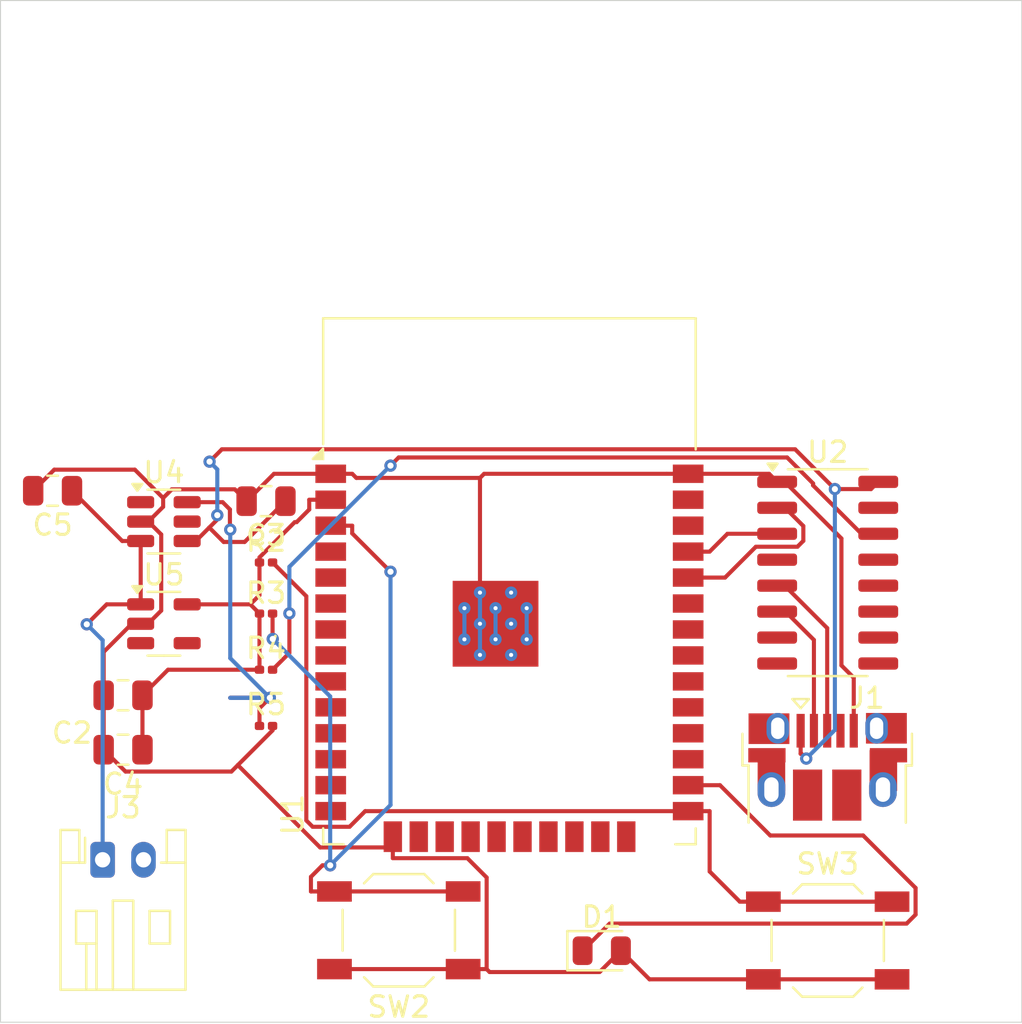
<source format=kicad_pcb>
(kicad_pcb (version 20241229) (generator "pcbnew") (generator_version "9.0")
  (layers (0 "F.Cu" signal) (2 "B.Cu" signal) (13 "F.Paste" user) (15 "B.Paste" user) (5 "F.SilkS" user "F.Silkscreen") (7 "B.SilkS" user "B.Silkscreen") (1 "F.Mask" user) (3 "B.Mask" user) (25 "Edge.Cuts" user))
  (net 0 "")
  (net 1 "Net-(U1-VDD)")
  (net 2 "GND")
  (net 3 "Net-(J1-VBUS)")
  (net 4 "Net-(J3-Pin_1)")
  (net 5 "Net-(D1-K)")
  (net 8 "Net-(J1-D+)")
  (net 12 "Net-(J1-D-)")
  (net 22 "Net-(U1-IO0)")
  (net 23 "Net-(U1-EN)")
  (net 24 "Net-(U2-~{RTS})")
  (net 25 "Net-(U4-PROG)")
  (net 39 "Net-(U1-RXD0{slash}IO3)")
  (net 40 "Net-(U1-TXD0{slash}IO1)")
  (footprint "Resistor_SMD:R_0201_0603Metric" (layer "F.Cu") (at 120 89.5)
    (property "Reference" "R5" (at 0 -1.05 0) (layer "F.SilkS"))
    (property "Value" "2k")
    (pad "1" smd roundrect (at -0.32 0) (size 0.46 0.4) (layers "F.Cu" "F.Mask") (net 25 "Net-(U4-PROG)"))
    (pad "2" smd roundrect (at 0.32 0) (size 0.46 0.4) (layers "F.Cu" "F.Mask") (net 2 "GND"))
  )
  (footprint "Package_TO_SOT_SMD:TSOT-23-6" (layer "F.Cu") (at 115 79.5)
    (property "Reference" "U4" (at 0 -2.4 0) (layer "F.SilkS"))
    (property "Value" "TP4057")
    (fp_line (start 0 -1.56) (end -0.8 -1.56) (stroke (width 0.12)) (layer "F.SilkS"))
    (fp_line (start 0 -1.56) (end 0.8 -1.56) (stroke (width 0.12)) (layer "F.SilkS"))
    (fp_line (start 0 1.56) (end -0.8 1.56) (stroke (width 0.12)) (layer "F.SilkS"))
    (fp_line (start 0 1.56) (end 0.8 1.56) (stroke (width 0.12)) (layer "F.SilkS"))
    (fp_poly (pts (xy -1.3 -1.51) (xy -1.54 -1.84) (xy -1.06 -1.84)) (stroke (width 0.12)) (fill yes) (layer "F.SilkS"))
    (pad "1" smd roundrect (at -1.1375 -0.95) (size 1.325 0.6) (layers "F.Cu" "F.Mask" "F.Paste"))
    (pad "2" smd roundrect (at -1.1375 0) (size 1.325 0.6) (layers "F.Cu" "F.Mask" "F.Paste") (net 2 "GND"))
    (pad "3" smd roundrect (at -1.1375 0.95) (size 1.325 0.6) (layers "F.Cu" "F.Mask" "F.Paste") (net 4 "Net-(J3-Pin_1)"))
    (pad "4" smd roundrect (at 1.1375 0.95) (size 1.325 0.6) (layers "F.Cu" "F.Mask" "F.Paste") (net 3 "Net-(J1-VBUS)"))
    (pad "5" smd roundrect (at 1.1375 0) (size 1.325 0.6) (layers "F.Cu" "F.Mask" "F.Paste"))
    (pad "6" smd roundrect (at 1.1375 -0.95) (size 1.325 0.6) (layers "F.Cu" "F.Mask" "F.Paste") (net 25 "Net-(U4-PROG)"))
  )
  (footprint "LED_SMD:LED_0805_2012Metric" (layer "F.Cu") (at 136.4375 100.5)
    (property "Reference" "D1" (at 0 -1.65 0) (layer "F.SilkS"))
    (property "Value" "LED")
    (fp_line (start -1.685 -0.96) (end -1.685 0.96) (stroke (width 0.12)) (layer "F.SilkS"))
    (fp_line (start -1.685 0.96) (end 1 0.96) (stroke (width 0.12)) (layer "F.SilkS"))
    (fp_line (start 1 -0.96) (end -1.685 -0.96) (stroke (width 0.12)) (layer "F.SilkS"))
    (pad "1" smd roundrect (at -0.9375 0) (size 0.975 1.4) (layers "F.Cu" "F.Mask" "F.Paste") (net 5 "Net-(D1-K)"))
    (pad "2" smd roundrect (at 0.9375 0) (size 0.975 1.4) (layers "F.Cu" "F.Mask" "F.Paste") (net 2 "GND"))
  )
  (footprint "RF_Module:ESP32-WROOM-32" (layer "F.Cu") (at 131.9175 85.41)
    (property "Reference" "U1" (at -10.61 8.43 90) (layer "F.SilkS"))
    (property "Value" "ESP32-WROOM-32")
    (fp_line (start -9.12 -15.86) (end -9.12 -9.7) (stroke (width 0.12)) (layer "F.SilkS"))
    (fp_line (start -9.12 -15.86) (end 9.12 -15.86) (stroke (width 0.12)) (layer "F.SilkS"))
    (fp_line (start -9.12 9.1) (end -9.12 9.88) (stroke (width 0.12)) (layer "F.SilkS"))
    (fp_line (start -9.12 9.88) (end -8.12 9.88) (stroke (width 0.12)) (layer "F.SilkS"))
    (fp_line (start 9.12 -15.86) (end 9.12 -9.445) (stroke (width 0.12)) (layer "F.SilkS"))
    (fp_line (start 9.12 9.1) (end 9.12 9.88) (stroke (width 0.12)) (layer "F.SilkS"))
    (fp_line (start 9.12 9.88) (end 8.12 9.88) (stroke (width 0.12)) (layer "F.SilkS"))
    (fp_poly (pts (xy -9.125 -8.975) (xy -9.625 -8.975) (xy -9.125 -9.475) (xy -9.125 -8.975)) (stroke (width 0.12)) (fill yes) (layer "F.SilkS"))
    (pad "1" smd rect (at -8.75 -8.25) (size 1.5 0.9) (layers "F.Cu" "F.Mask" "F.Paste") (net 2 "GND"))
    (pad "2" smd rect (at -8.75 -6.98) (size 1.5 0.9) (layers "F.Cu" "F.Mask" "F.Paste") (net 1 "Net-(U1-VDD)"))
    (pad "3" smd rect (at -8.75 -5.71) (size 1.5 0.9) (layers "F.Cu" "F.Mask" "F.Paste") (net 23 "Net-(U1-EN)"))
    (pad "4" smd rect (at -8.75 -4.44) (size 1.5 0.9) (layers "F.Cu" "F.Mask" "F.Paste"))
    (pad "5" smd rect (at -8.75 -3.17) (size 1.5 0.9) (layers "F.Cu" "F.Mask" "F.Paste"))
    (pad "6" smd rect (at -8.75 -1.9) (size 1.5 0.9) (layers "F.Cu" "F.Mask" "F.Paste"))
    (pad "7" smd rect (at -8.75 -0.63) (size 1.5 0.9) (layers "F.Cu" "F.Mask" "F.Paste"))
    (pad "8" smd rect (at -8.75 0.64) (size 1.5 0.9) (layers "F.Cu" "F.Mask" "F.Paste"))
    (pad "9" smd rect (at -8.75 1.91) (size 1.5 0.9) (layers "F.Cu" "F.Mask" "F.Paste"))
    (pad "10" smd rect (at -8.75 3.18) (size 1.5 0.9) (layers "F.Cu" "F.Mask" "F.Paste"))
    (pad "11" smd rect (at -8.75 4.45) (size 1.5 0.9) (layers "F.Cu" "F.Mask" "F.Paste"))
    (pad "12" smd rect (at -8.75 5.72) (size 1.5 0.9) (layers "F.Cu" "F.Mask" "F.Paste"))
    (pad "13" smd rect (at -8.75 6.99) (size 1.5 0.9) (layers "F.Cu" "F.Mask" "F.Paste"))
    (pad "14" smd rect (at -8.75 8.26) (size 1.5 0.9) (layers "F.Cu" "F.Mask" "F.Paste"))
    (pad "15" smd rect (at -5.71 9.51 90) (size 1.5 0.9) (layers "F.Cu" "F.Mask" "F.Paste") (net 2 "GND"))
    (pad "16" smd rect (at -4.44 9.51 90) (size 1.5 0.9) (layers "F.Cu" "F.Mask" "F.Paste"))
    (pad "17" smd rect (at -3.17 9.51 90) (size 1.5 0.9) (layers "F.Cu" "F.Mask" "F.Paste"))
    (pad "18" smd rect (at -1.9 9.51 90) (size 1.5 0.9) (layers "F.Cu" "F.Mask" "F.Paste"))
    (pad "19" smd rect (at -0.63 9.51 90) (size 1.5 0.9) (layers "F.Cu" "F.Mask" "F.Paste"))
    (pad "20" smd rect (at 0.64 9.51 90) (size 1.5 0.9) (layers "F.Cu" "F.Mask" "F.Paste"))
    (pad "21" smd rect (at 1.91 9.51 90) (size 1.5 0.9) (layers "F.Cu" "F.Mask" "F.Paste"))
    (pad "22" smd rect (at 3.18 9.51 90) (size 1.5 0.9) (layers "F.Cu" "F.Mask" "F.Paste"))
    (pad "23" smd rect (at 4.45 9.51 90) (size 1.5 0.9) (layers "F.Cu" "F.Mask" "F.Paste"))
    (pad "24" smd rect (at 5.72 9.51 90) (size 1.5 0.9) (layers "F.Cu" "F.Mask" "F.Paste"))
    (pad "25" smd rect (at 8.75 8.26) (size 1.5 0.9) (layers "F.Cu" "F.Mask" "F.Paste") (net 22 "Net-(U1-IO0)"))
    (pad "26" smd rect (at 8.75 6.99) (size 1.5 0.9) (layers "F.Cu" "F.Mask" "F.Paste") (net 5 "Net-(D1-K)"))
    (pad "27" smd rect (at 8.75 5.72) (size 1.5 0.9) (layers "F.Cu" "F.Mask" "F.Paste"))
    (pad "28" smd rect (at 8.75 4.45) (size 1.5 0.9) (layers "F.Cu" "F.Mask" "F.Paste"))
    (pad "29" smd rect (at 8.75 3.18) (size 1.5 0.9) (layers "F.Cu" "F.Mask" "F.Paste"))
    (pad "30" smd rect (at 8.75 1.91) (size 1.5 0.9) (layers "F.Cu" "F.Mask" "F.Paste"))
    (pad "31" smd rect (at 8.75 0.64) (size 1.5 0.9) (layers "F.Cu" "F.Mask" "F.Paste"))
    (pad "32" smd rect (at 8.75 -0.63) (size 1.5 0.9) (layers "F.Cu" "F.Mask" "F.Paste"))
    (pad "33" smd rect (at 8.75 -1.9) (size 1.5 0.9) (layers "F.Cu" "F.Mask" "F.Paste"))
    (pad "34" smd rect (at 8.75 -3.17) (size 1.5 0.9) (layers "F.Cu" "F.Mask" "F.Paste") (net 39 "Net-(U1-RXD0{slash}IO3)"))
    (pad "35" smd rect (at 8.75 -4.44) (size 1.5 0.9) (layers "F.Cu" "F.Mask" "F.Paste") (net 40 "Net-(U1-TXD0{slash}IO1)"))
    (pad "36" smd rect (at 8.75 -5.71) (size 1.5 0.9) (layers "F.Cu" "F.Mask" "F.Paste"))
    (pad "37" smd rect (at 8.75 -6.98) (size 1.5 0.9) (layers "F.Cu" "F.Mask" "F.Paste"))
    (pad "38" smd rect (at 8.75 -8.25) (size 1.5 0.9) (layers "F.Cu" "F.Mask" "F.Paste") (net 2 "GND"))
    (pad "39" smd rect (at -2.205 -2.435) (size 1.05 1.05) (layers "F.Cu" "F.Paste") (net 2 "GND"))
    (pad "39" thru_hole circle (at -2.205 -1.6725) (size 0.6 0.6) (drill 0.2) (property pad_prop_heatsink) (layers "*.Cu" "F.Mask") (net 2 "GND"))
    (pad "39" smd rect (at -2.205 -0.91) (size 1.05 1.05) (layers "F.Cu" "F.Paste") (net 2 "GND"))
    (pad "39" thru_hole circle (at -2.205 -0.1475) (size 0.6 0.6) (drill 0.2) (property pad_prop_heatsink) (layers "*.Cu" "F.Mask") (net 2 "GND"))
    (pad "39" smd rect (at -2.205 0.615) (size 1.05 1.05) (layers "F.Cu" "F.Paste") (net 2 "GND"))
    (pad "39" thru_hole circle (at -1.4425 -2.435) (size 0.6 0.6) (drill 0.2) (property pad_prop_heatsink) (layers "*.Cu" "F.Mask") (net 2 "GND"))
    (pad "39" thru_hole circle (at -1.4425 -0.91) (size 0.6 0.6) (drill 0.2) (property pad_prop_heatsink) (layers "*.Cu" "F.Mask") (net 2 "GND"))
    (pad "39" thru_hole circle (at -1.4425 0.615) (size 0.6 0.6) (drill 0.2) (property pad_prop_heatsink) (layers "*.Cu" "F.Mask") (net 2 "GND"))
    (pad "39" smd rect (at -0.68 -2.435) (size 1.05 1.05) (layers "F.Cu" "F.Paste") (net 2 "GND"))
    (pad "39" thru_hole circle (at -0.68 -1.6725) (size 0.6 0.6) (drill 0.2) (property pad_prop_heatsink) (layers "*.Cu" "F.Mask") (net 2 "GND"))
    (pad "39" smd rect (at -0.68 -0.91) (size 1.05 1.05) (layers "F.Cu" "F.Paste") (net 2 "GND"))
    (pad "39" smd rect (at -0.68 -0.91) (size 4.2 4.2) (property pad_prop_heatsink) (layers "F.Cu" "F.Mask") (net 2 "GND"))
    (pad "39" thru_hole circle (at -0.68 -0.1475) (size 0.6 0.6) (drill 0.2) (property pad_prop_heatsink) (layers "*.Cu" "F.Mask") (net 2 "GND"))
    (pad "39" smd rect (at -0.68 0.615) (size 1.05 1.05) (layers "F.Cu" "F.Paste") (net 2 "GND"))
    (pad "39" thru_hole circle (at 0.0825 -2.435) (size 0.6 0.6) (drill 0.2) (property pad_prop_heatsink) (layers "*.Cu" "F.Mask") (net 2 "GND"))
    (pad "39" thru_hole circle (at 0.0825 -0.91) (size 0.6 0.6) (drill 0.2) (property pad_prop_heatsink) (layers "*.Cu" "F.Mask") (net 2 "GND"))
    (pad "39" thru_hole circle (at 0.0825 0.615) (size 0.6 0.6) (drill 0.2) (property pad_prop_heatsink) (layers "*.Cu" "F.Mask") (net 2 "GND"))
    (pad "39" smd rect (at 0.845 -2.435) (size 1.05 1.05) (layers "F.Cu" "F.Paste") (net 2 "GND"))
    (pad "39" thru_hole circle (at 0.845 -1.6725) (size 0.6 0.6) (drill 0.2) (property pad_prop_heatsink) (layers "*.Cu" "F.Mask") (net 2 "GND"))
    (pad "39" smd rect (at 0.845 -0.91) (size 1.05 1.05) (layers "F.Cu" "F.Paste") (net 2 "GND"))
    (pad "39" thru_hole circle (at 0.845 -0.1475) (size 0.6 0.6) (drill 0.2) (property pad_prop_heatsink) (layers "*.Cu" "F.Mask") (net 2 "GND"))
    (pad "39" smd rect (at 0.845 0.615) (size 1.05 1.05) (layers "F.Cu" "F.Paste") (net 2 "GND"))
  )
  (footprint "Capacitor_SMD:C_0805_2012Metric" (layer "F.Cu") (at 120 78.5 180)
    (property "Reference" "C3" (at 0 -1.68 0) (layer "F.SilkS"))
    (property "Value" "1uF")
    (fp_line (start -0.261252 0.735) (end 0.261252 0.735) (stroke (width 0.12)) (layer "F.SilkS"))
    (fp_line (start -0.261252 -0.735) (end 0.261252 -0.735) (stroke (width 0.12)) (layer "F.SilkS"))
    (pad "1" smd roundrect (at -0.95 0 180) (size 1 1.45) (layers "F.Cu" "F.Mask" "F.Paste") (net 3 "Net-(J1-VBUS)"))
    (pad "2" smd roundrect (at 0.95 0 180) (size 1 1.45) (layers "F.Cu" "F.Mask" "F.Paste") (net 2 "GND"))
  )
  (footprint "Resistor_SMD:R_0201_0603Metric" (layer "F.Cu") (at 120 84)
    (property "Reference" "R3" (at 0 -1 0) (layer "F.SilkS"))
    (property "Value" "10k")
    (pad "1" smd roundrect (at -0.32 0) (size 0.46 0.4) (layers "F.Cu" "F.Mask") (net 1 "Net-(U1-VDD)"))
    (pad "2" smd roundrect (at 0.32 0) (size 0.46 0.4) (layers "F.Cu" "F.Mask") (net 23 "Net-(U1-EN)"))
  )
  (footprint "Resistor_SMD:R_0201_0603Metric" (layer "F.Cu") (at 120 86.75)
    (property "Reference" "R4" (at 0 -1.05 0) (layer "F.SilkS"))
    (property "Value" "10k")
    (pad "1" smd roundrect (at -0.32 0) (size 0.46 0.4) (layers "F.Cu" "F.Mask") (net 1 "Net-(U1-VDD)"))
    (pad "2" smd roundrect (at 0.32 0) (size 0.46 0.4) (layers "F.Cu" "F.Mask") (net 24 "Net-(U2-~{RTS})"))
  )
  (footprint "Button_Switch_SMD:SW_SPST_TL3342" (layer "F.Cu") (at 126.5 99.5 180)
    (property "Reference" "SW2" (at 0 -3.75 0) (layer "F.SilkS"))
    (property "Value" "Reset")
    (fp_line (start 2.75 -1) (end 2.75 1) (stroke (width 0.12)) (layer "F.SilkS"))
    (fp_line (start 1.7 2.3) (end 1.25 2.75) (stroke (width 0.12)) (layer "F.SilkS"))
    (fp_line (start 1.7 -2.3) (end 1.25 -2.75) (stroke (width 0.12)) (layer "F.SilkS"))
    (fp_line (start -1.25 2.75) (end 1.25 2.75) (stroke (width 0.12)) (layer "F.SilkS"))
    (fp_line (start -1.25 -2.75) (end 1.25 -2.75) (stroke (width 0.12)) (layer "F.SilkS"))
    (fp_line (start -1.7 2.3) (end -1.25 2.75) (stroke (width 0.12)) (layer "F.SilkS"))
    (fp_line (start -1.7 -2.3) (end -1.25 -2.75) (stroke (width 0.12)) (layer "F.SilkS"))
    (fp_line (start -2.75 -1) (end -2.75 1) (stroke (width 0.12)) (layer "F.SilkS"))
    (pad "1" smd rect (at -3.15 -1.9 180) (size 1.7 1) (layers "F.Cu" "F.Mask" "F.Paste") (net 2 "GND"))
    (pad "1" smd rect (at 3.15 -1.9 180) (size 1.7 1) (layers "F.Cu" "F.Mask" "F.Paste") (net 2 "GND"))
    (pad "2" smd rect (at -3.15 1.9 180) (size 1.7 1) (layers "F.Cu" "F.Mask" "F.Paste") (net 23 "Net-(U1-EN)"))
    (pad "2" smd rect (at 3.15 1.9 180) (size 1.7 1) (layers "F.Cu" "F.Mask" "F.Paste") (net 23 "Net-(U1-EN)"))
  )
  (footprint "Capacitor_SMD:C_0805_2012Metric" (layer "F.Cu") (at 113 90.6635 180)
    (property "Reference" "C4" (at 0 -1.68 0) (layer "F.SilkS"))
    (property "Value" "0.1uF")
    (fp_line (start -0.261252 0.735) (end 0.261252 0.735) (stroke (width 0.12)) (layer "F.SilkS"))
    (fp_line (start -0.261252 -0.735) (end 0.261252 -0.735) (stroke (width 0.12)) (layer "F.SilkS"))
    (pad "1" smd roundrect (at -0.95 0 180) (size 1 1.45) (layers "F.Cu" "F.Mask" "F.Paste") (net 1 "Net-(U1-VDD)"))
    (pad "2" smd roundrect (at 0.95 0 180) (size 1 1.45) (layers "F.Cu" "F.Mask" "F.Paste") (net 2 "GND"))
  )
  (footprint "Resistor_SMD:R_0201_0603Metric" (layer "F.Cu") (at 120 81.5)
    (property "Reference" "R2" (at 0 -1.05 0) (layer "F.SilkS"))
    (property "Value" "10k")
    (pad "1" smd roundrect (at -0.32 0) (size 0.46 0.4) (layers "F.Cu" "F.Mask") (net 1 "Net-(U1-VDD)"))
    (pad "2" smd roundrect (at 0.32 0) (size 0.46 0.4) (layers "F.Cu" "F.Mask") (net 22 "Net-(U1-IO0)"))
  )
  (footprint "Connector_USB:USB_Micro-B_Amphenol_10103594-0001LF_Horizontal" (layer "F.Cu") (at 147.5 91.5)
    (property "Reference" "J1" (at 1.925 -3.365 0) (layer "F.SilkS"))
    (property "Value" "USB_B_Micro")
    (fp_line (start -4.175 -0.065) (end -4.175 -1.615) (stroke (width 0.12)) (layer "F.SilkS"))
    (fp_line (start -4.175 -0.065) (end -3.875 -0.065) (stroke (width 0.12)) (layer "F.SilkS"))
    (fp_line (start -3.875 2.735) (end -3.875 -0.065) (stroke (width 0.12)) (layer "F.SilkS"))
    (fp_line (start -1.725 -3.315) (end -0.925 -3.315) (stroke (width 0.12)) (layer "F.SilkS"))
    (fp_line (start -1.325 -2.865) (end -1.725 -3.315) (stroke (width 0.12)) (layer "F.SilkS"))
    (fp_line (start -0.925 -3.315) (end -1.325 -2.865) (stroke (width 0.12)) (layer "F.SilkS"))
    (fp_line (start 3.825 -0.065) (end 4.125 -0.065) (stroke (width 0.12)) (layer "F.SilkS"))
    (fp_line (start 3.825 2.735) (end 3.825 -0.065) (stroke (width 0.12)) (layer "F.SilkS"))
    (fp_line (start 4.125 -0.065) (end 4.125 -1.615) (stroke (width 0.12)) (layer "F.SilkS"))
    (pad "1" smd rect (at -1.325 -1.765 90) (size 1.65 0.4) (layers "F.Cu" "F.Mask" "F.Paste") (net 3 "Net-(J1-VBUS)"))
    (pad "2" smd rect (at -0.675 -1.765 90) (size 1.65 0.4) (layers "F.Cu" "F.Mask" "F.Paste") (net 12 "Net-(J1-D-)"))
    (pad "3" smd rect (at -0.025 -1.765 90) (size 1.65 0.4) (layers "F.Cu" "F.Mask" "F.Paste") (net 8 "Net-(J1-D+)"))
    (pad "4" smd rect (at 0.625 -1.765 90) (size 1.65 0.4) (layers "F.Cu" "F.Mask" "F.Paste"))
    (pad "5" smd rect (at 1.275 -1.765 90) (size 1.65 0.4) (layers "F.Cu" "F.Mask" "F.Paste") (net 2 "GND"))
    (pad "6" smd rect (at -2.975 -0.565) (size 1.825 0.7) (layers "F.Cu" "F.Mask" "F.Paste"))
    (pad "6" smd rect (at -2.875 -1.865) (size 2 1.5) (layers "F.Cu" "F.Mask" "F.Paste"))
    (pad "6" smd rect (at -2.755 0.185) (size 1.35 2) (layers "F.Cu" "F.Mask" "F.Paste"))
    (pad "6" thru_hole oval (at -2.755 1.115 90) (size 1.7 1.35) (drill oval 1.2 0.7) (property pad_prop_heatsink) (layers "*.Cu" "*.Mask"))
    (pad "6" thru_hole oval (at -2.445 -1.885 90) (size 1.5 1.1) (drill oval 1.05 0.65) (property pad_prop_heatsink) (layers "*.Cu" "*.Mask"))
    (pad "6" smd rect (at -0.985 1.385 90) (size 2.5 1.43) (layers "F.Cu" "F.Mask" "F.Paste"))
    (pad "6" smd rect (at 0.935 1.385 90) (size 2.5 1.43) (layers "F.Cu" "F.Mask" "F.Paste"))
    (pad "6" thru_hole oval (at 2.395 -1.885 90) (size 1.5 1.1) (drill oval 1.05 0.65) (property pad_prop_heatsink) (layers "*.Cu" "*.Mask"))
    (pad "6" thru_hole oval (at 2.705 1.115 90) (size 1.7 1.35) (drill oval 1.2 0.7) (property pad_prop_heatsink) (layers "*.Cu" "*.Mask"))
    (pad "6" smd rect (at 2.725 0.185) (size 1.35 2) (layers "F.Cu" "F.Mask" "F.Paste"))
    (pad "6" smd rect (at 2.875 -1.885) (size 2 1.5) (layers "F.Cu" "F.Mask" "F.Paste"))
    (pad "6" smd rect (at 2.975 -0.565) (size 1.825 0.7) (layers "F.Cu" "F.Mask" "F.Paste"))
  )
  (footprint "Connector_JST:JST_PH_S2B-PH-K_1x02_P2.00mm_Horizontal" (layer "F.Cu") (at 112 96.05)
    (property "Reference" "J3" (at 1 -2.55 0) (layer "F.SilkS"))
    (property "Value" "Lipo-Bat")
    (fp_line (start -2.06 -1.46) (end -2.06 6.36) (stroke (width 0.12)) (layer "F.SilkS"))
    (fp_line (start -2.06 0.14) (end -1.14 0.14) (stroke (width 0.12)) (layer "F.SilkS"))
    (fp_line (start -2.06 6.36) (end 4.06 6.36) (stroke (width 0.12)) (layer "F.SilkS"))
    (fp_line (start -1.3 2.5) (end -1.3 4.1) (stroke (width 0.12)) (layer "F.SilkS"))
    (fp_line (start -1.3 4.1) (end -0.3 4.1) (stroke (width 0.12)) (layer "F.SilkS"))
    (fp_line (start -1.14 -1.46) (end -2.06 -1.46) (stroke (width 0.12)) (layer "F.SilkS"))
    (fp_line (start -1.14 0.14) (end -1.14 -1.46) (stroke (width 0.12)) (layer "F.SilkS"))
    (fp_line (start -0.86 0.14) (end -1.14 0.14) (stroke (width 0.12)) (layer "F.SilkS"))
    (fp_line (start -0.86 0.14) (end -0.86 -1.075) (stroke (width 0.12)) (layer "F.SilkS"))
    (fp_line (start -0.8 4.1) (end -0.8 6.36) (stroke (width 0.12)) (layer "F.SilkS"))
    (fp_line (start -0.3 2.5) (end -1.3 2.5) (stroke (width 0.12)) (layer "F.SilkS"))
    (fp_line (start -0.3 4.1) (end -0.3 2.5) (stroke (width 0.12)) (layer "F.SilkS"))
    (fp_line (start -0.3 4.1) (end -0.3 6.36) (stroke (width 0.12)) (layer "F.SilkS"))
    (fp_line (start 0.5 2) (end 1.5 2) (stroke (width 0.12)) (layer "F.SilkS"))
    (fp_line (start 0.5 6.36) (end 0.5 2) (stroke (width 0.12)) (layer "F.SilkS"))
    (fp_line (start 1.5 2) (end 1.5 6.36) (stroke (width 0.12)) (layer "F.SilkS"))
    (fp_line (start 2.3 2.5) (end 3.3 2.5) (stroke (width 0.12)) (layer "F.SilkS"))
    (fp_line (start 2.3 4.1) (end 2.3 2.5) (stroke (width 0.12)) (layer "F.SilkS"))
    (fp_line (start 3.14 -1.46) (end 3.14 0.14) (stroke (width 0.12)) (layer "F.SilkS"))
    (fp_line (start 3.14 0.14) (end 2.86 0.14) (stroke (width 0.12)) (layer "F.SilkS"))
    (fp_line (start 3.3 2.5) (end 3.3 4.1) (stroke (width 0.12)) (layer "F.SilkS"))
    (fp_line (start 3.3 4.1) (end 2.3 4.1) (stroke (width 0.12)) (layer "F.SilkS"))
    (fp_line (start 4.06 -1.46) (end 3.14 -1.46) (stroke (width 0.12)) (layer "F.SilkS"))
    (fp_line (start 4.06 0.14) (end 3.14 0.14) (stroke (width 0.12)) (layer "F.SilkS"))
    (fp_line (start 4.06 6.36) (end 4.06 -1.46) (stroke (width 0.12)) (layer "F.SilkS"))
    (pad "1" thru_hole roundrect (at 0 0) (size 1.2 1.75) (drill 0.75) (layers "*.Cu" "*.Mask") (roundrect_rratio 0.208333) (net 4 "Net-(J3-Pin_1)"))
    (pad "2" thru_hole oval (at 2 0) (size 1.2 1.75) (drill 0.75) (layers "*.Cu" "*.Mask"))
  )
  (footprint "Package_SO:SOIC-16_3.9x9.9mm_P1.27mm" (layer "F.Cu") (at 147.5 82)
    (property "Reference" "U2" (at 0 -5.9 0) (layer "F.SilkS"))
    (property "Value" "CH340C")
    (fp_line (start 0 -5.06) (end -1.95 -5.06) (stroke (width 0.12)) (layer "F.SilkS"))
    (fp_line (start 0 -5.06) (end 1.95 -5.06) (stroke (width 0.12)) (layer "F.SilkS"))
    (fp_line (start 0 5.06) (end -1.95 5.06) (stroke (width 0.12)) (layer "F.SilkS"))
    (fp_line (start 0 5.06) (end 1.95 5.06) (stroke (width 0.12)) (layer "F.SilkS"))
    (fp_poly (pts (xy -2.7 -5.005) (xy -2.94 -5.335) (xy -2.46 -5.335)) (stroke (width 0.12)) (fill yes) (layer "F.SilkS"))
    (pad "1" smd roundrect (at -2.475 -4.445) (size 1.95 0.6) (layers "F.Cu" "F.Mask" "F.Paste") (net 2 "GND"))
    (pad "2" smd roundrect (at -2.475 -3.175) (size 1.95 0.6) (layers "F.Cu" "F.Mask" "F.Paste") (net 39 "Net-(U1-RXD0{slash}IO3)"))
    (pad "3" smd roundrect (at -2.475 -1.905) (size 1.95 0.6) (layers "F.Cu" "F.Mask" "F.Paste") (net 40 "Net-(U1-TXD0{slash}IO1)"))
    (pad "4" smd roundrect (at -2.475 -0.635) (size 1.95 0.6) (layers "F.Cu" "F.Mask" "F.Paste"))
    (pad "5" smd roundrect (at -2.475 0.635) (size 1.95 0.6) (layers "F.Cu" "F.Mask" "F.Paste") (net 8 "Net-(J1-D+)"))
    (pad "6" smd roundrect (at -2.475 1.905) (size 1.95 0.6) (layers "F.Cu" "F.Mask" "F.Paste") (net 12 "Net-(J1-D-)"))
    (pad "7" smd roundrect (at -2.475 3.175) (size 1.95 0.6) (layers "F.Cu" "F.Mask" "F.Paste"))
    (pad "8" smd roundrect (at -2.475 4.445) (size 1.95 0.6) (layers "F.Cu" "F.Mask" "F.Paste"))
    (pad "9" smd roundrect (at 2.475 4.445) (size 1.95 0.6) (layers "F.Cu" "F.Mask" "F.Paste"))
    (pad "10" smd roundrect (at 2.475 3.175) (size 1.95 0.6) (layers "F.Cu" "F.Mask" "F.Paste"))
    (pad "11" smd roundrect (at 2.475 1.905) (size 1.95 0.6) (layers "F.Cu" "F.Mask" "F.Paste"))
    (pad "12" smd roundrect (at 2.475 0.635) (size 1.95 0.6) (layers "F.Cu" "F.Mask" "F.Paste"))
    (pad "13" smd roundrect (at 2.475 -0.635) (size 1.95 0.6) (layers "F.Cu" "F.Mask" "F.Paste"))
    (pad "14" smd roundrect (at 2.475 -1.905) (size 1.95 0.6) (layers "F.Cu" "F.Mask" "F.Paste") (net 24 "Net-(U2-~{RTS})"))
    (pad "15" smd roundrect (at 2.475 -3.175) (size 1.95 0.6) (layers "F.Cu" "F.Mask" "F.Paste"))
    (pad "16" smd roundrect (at 2.475 -4.445) (size 1.95 0.6) (layers "F.Cu" "F.Mask" "F.Paste") (net 3 "Net-(J1-VBUS)"))
  )
  (footprint "Capacitor_SMD:C_0805_2012Metric" (layer "F.Cu") (at 113 88 180)
    (property "Reference" "C2" (at 2.5 -1.8435 0) (layer "F.SilkS"))
    (property "Value" "10uF")
    (fp_line (start -0.261252 0.735) (end 0.261252 0.735) (stroke (width 0.12)) (layer "F.SilkS"))
    (fp_line (start -0.261252 -0.735) (end 0.261252 -0.735) (stroke (width 0.12)) (layer "F.SilkS"))
    (pad "1" smd roundrect (at -0.95 0 180) (size 1 1.45) (layers "F.Cu" "F.Mask" "F.Paste") (net 1 "Net-(U1-VDD)"))
    (pad "2" smd roundrect (at 0.95 0 180) (size 1 1.45) (layers "F.Cu" "F.Mask" "F.Paste") (net 2 "GND"))
  )
  (footprint "Button_Switch_SMD:SW_SPST_TL3342" (layer "F.Cu") (at 147.5 100)
    (property "Reference" "SW3" (at 0 -3.75 0) (layer "F.SilkS"))
    (property "Value" "Boot")
    (fp_line (start -2.75 -1) (end -2.75 1) (stroke (width 0.12)) (layer "F.SilkS"))
    (fp_line (start -1.7 -2.3) (end -1.25 -2.75) (stroke (width 0.12)) (layer "F.SilkS"))
    (fp_line (start -1.7 2.3) (end -1.25 2.75) (stroke (width 0.12)) (layer "F.SilkS"))
    (fp_line (start -1.25 -2.75) (end 1.25 -2.75) (stroke (width 0.12)) (layer "F.SilkS"))
    (fp_line (start -1.25 2.75) (end 1.25 2.75) (stroke (width 0.12)) (layer "F.SilkS"))
    (fp_line (start 1.7 -2.3) (end 1.25 -2.75) (stroke (width 0.12)) (layer "F.SilkS"))
    (fp_line (start 1.7 2.3) (end 1.25 2.75) (stroke (width 0.12)) (layer "F.SilkS"))
    (fp_line (start 2.75 -1) (end 2.75 1) (stroke (width 0.12)) (layer "F.SilkS"))
    (pad "1" smd rect (at -3.15 -1.9) (size 1.7 1) (layers "F.Cu" "F.Mask" "F.Paste") (net 22 "Net-(U1-IO0)"))
    (pad "1" smd rect (at 3.15 -1.9) (size 1.7 1) (layers "F.Cu" "F.Mask" "F.Paste") (net 22 "Net-(U1-IO0)"))
    (pad "2" smd rect (at -3.15 1.9) (size 1.7 1) (layers "F.Cu" "F.Mask" "F.Paste") (net 2 "GND"))
    (pad "2" smd rect (at 3.15 1.9) (size 1.7 1) (layers "F.Cu" "F.Mask" "F.Paste") (net 2 "GND"))
  )
  (footprint "Package_TO_SOT_SMD:SOT-23-5" (layer "F.Cu") (at 115 84.5)
    (property "Reference" "U5" (at 0 -2.4 0) (layer "F.SilkS"))
    (property "Value" "MIC5504-3.3YM5")
    (fp_line (start 0 -1.56) (end -0.8 -1.56) (stroke (width 0.12)) (layer "F.SilkS"))
    (fp_line (start 0 -1.56) (end 0.8 -1.56) (stroke (width 0.12)) (layer "F.SilkS"))
    (fp_line (start 0 1.56) (end -0.8 1.56) (stroke (width 0.12)) (layer "F.SilkS"))
    (fp_line (start 0 1.56) (end 0.8 1.56) (stroke (width 0.12)) (layer "F.SilkS"))
    (fp_poly (pts (xy -1.3 -1.51) (xy -1.54 -1.84) (xy -1.06 -1.84)) (stroke (width 0.12)) (fill yes) (layer "F.SilkS"))
    (pad "1" smd roundrect (at -1.1375 -0.95) (size 1.325 0.6) (layers "F.Cu" "F.Mask" "F.Paste") (net 4 "Net-(J3-Pin_1)"))
    (pad "2" smd roundrect (at -1.1375 0) (size 1.325 0.6) (layers "F.Cu" "F.Mask" "F.Paste") (net 2 "GND"))
    (pad "3" smd roundrect (at -1.1375 0.95) (size 1.325 0.6) (layers "F.Cu" "F.Mask" "F.Paste"))
    (pad "4" smd roundrect (at 1.1375 0.95) (size 1.325 0.6) (layers "F.Cu" "F.Mask" "F.Paste"))
    (pad "5" smd roundrect (at 1.1375 -0.95) (size 1.325 0.6) (layers "F.Cu" "F.Mask" "F.Paste") (net 1 "Net-(U1-VDD)"))
  )
  (footprint "Capacitor_SMD:C_0805_2012Metric" (layer "F.Cu") (at 109.55 77.99 180)
    (property "Reference" "C5" (at 0 -1.68 0) (layer "F.SilkS"))
    (property "Value" "1uF")
    (fp_line (start -0.261252 0.735) (end 0.261252 0.735) (stroke (width 0.12)) (layer "F.SilkS"))
    (fp_line (start -0.261252 -0.735) (end 0.261252 -0.735) (stroke (width 0.12)) (layer "F.SilkS"))
    (pad "1" smd roundrect (at -0.95 0 180) (size 1 1.45) (layers "F.Cu" "F.Mask" "F.Paste") (net 4 "Net-(J3-Pin_1)"))
    (pad "2" smd roundrect (at 0.95 0 180) (size 1 1.45) (layers "F.Cu" "F.Mask" "F.Paste") (net 2 "GND"))
  )
  (gr_rect (start 107 54) (end 157 104) (stroke (width 0.05)) (fill no) (layer "Edge.Cuts"))
  (segment (start 119.68 83.1) (end 119.23 83.55) (width 0.2) (layer "F.Cu") (net 1))
  (segment (start 121.4958 79.5277) (end 122.1158 78.9077) (width 0.2) (layer "F.Cu") (net 1))
  (segment (start 122.1158 78.9077) (end 122.1158 78.43) (width 0.2) (layer "F.Cu") (net 1))
  (segment (start 119.68 81.5) (end 119.68 83.1) (width 0.2) (layer "F.Cu") (net 1))
  (segment (start 115.2 86.75) (end 113.95 88) (width 0.2) (layer "F.Cu") (net 1))
  (segment (start 119.68 81.5) (end 119.68 81.2519) (width 0.2) (layer "F.Cu") (net 1))
  (segment (start 119.68 86.75) (end 119.68 84) (width 0.2) (layer "F.Cu") (net 1))
  (segment (start 113.95 88) (end 113.95 90.6635) (width 0.2) (layer "F.Cu") (net 1))
  (segment (start 119.23 83.55) (end 119.68 84) (width 0.2) (layer "F.Cu") (net 1))
  (segment (start 121.4042 79.5277) (end 121.4958 79.5277) (width 0.2) (layer "F.Cu") (net 1))
  (segment (start 119.68 86.75) (end 115.2 86.75) (width 0.2) (layer "F.Cu") (net 1))
  (segment (start 119.68 81.2519) (end 121.4042 79.5277) (width 0.2) (layer "F.Cu") (net 1))
  (segment (start 123.1675 78.43) (end 122.1158 78.43) (width 0.2) (layer "F.Cu") (net 1))
  (segment (start 116.1375 83.55) (end 119.23 83.55) (width 0.2) (layer "F.Cu") (net 1))
  (segment (start 148.173 86.5391) (end 148.775 87.1411) (width 0.2) (layer "F.Cu") (net 2))
  (segment (start 126.2075 95.9717) (end 129.8574 95.9717) (width 0.2) (layer "F.Cu") (net 2))
  (segment (start 132 82.975) (end 131.2375 82.975) (width 0.2) (layer "F.Cu") (net 2))
  (segment (start 132 86.025) (end 131.2375 86.025) (width 0.2) (layer "F.Cu") (net 2))
  (segment (start 132.7625 84.5) (end 132 84.5) (width 0.2) (layer "F.Cu") (net 2))
  (segment (start 150.65 101.9) (end 144.35 101.9) (width 0.2) (layer "F.Cu") (net 2))
  (segment (start 130.9456 101.5439) (end 136.3311 101.5439) (width 0.2) (layer "F.Cu") (net 2))
  (segment (start 126.2075 94.92) (end 126.2075 95.4458) (width 0.2) (layer "F.Cu") (net 2))
  (segment (start 124.4225 77.3633) (end 130.475 77.3633) (width 0.2) (layer "F.Cu") (net 2))
  (segment (start 112.05 90.6635) (end 112.05 88) (width 0.2) (layer "F.Cu") (net 2))
  (segment (start 129.8574 95.9717) (end 130.8017 96.916) (width 0.2) (layer "F.Cu") (net 2))
  (segment (start 113.5768 76.9585) (end 114.9636 78.3453) (width 0.2) (layer "F.Cu") (net 2))
  (segment (start 130.475 77.3633) (end 130.475 82.975) (width 0.2) (layer "F.Cu") (net 2))
  (segment (start 148.173 80.3266) (end 148.173 86.5391) (width 0.2) (layer "F.Cu") (net 2))
  (segment (start 140.6675 77.16) (end 144.63 77.16) (width 0.2) (layer "F.Cu") (net 2))
  (segment (start 129.65 101.4) (end 130.8017 101.4) (width 0.2) (layer "F.Cu") (net 2))
  (segment (start 132.7625 85.2625) (end 131.2375 85.2625) (width 0.2) (layer "F.Cu") (net 2))
  (segment (start 129.7125 82.975) (end 130.475 82.975) (width 0.2) (layer "F.Cu") (net 2))
  (segment (start 130.475 86.025) (end 129.7125 86.025) (width 0.2) (layer "F.Cu") (net 2))
  (segment (start 130.475 86.025) (end 131.2375 86.025) (width 0.2) (layer "F.Cu") (net 2))
  (segment (start 114.2237 84.5) (end 114.8696 83.8541) (width 0.2) (layer "F.Cu") (net 2))
  (segment (start 130.475 84.5) (end 131.2375 84.5) (width 0.2) (layer "F.Cu") (net 2))
  (segment (start 130.6783 77.16) (end 139.6158 77.16) (width 0.2) (layer "F.Cu") (net 2))
  (segment (start 148.775 87.1411) (end 148.775 89.735) (width 0.2) (layer "F.Cu") (net 2))
  (segment (start 114.2384 79.5) (end 114.9636 78.7748) (width 0.2) (layer "F.Cu") (net 2))
  (segment (start 140.6675 77.16) (end 139.6158 77.16) (width 0.2) (layer "F.Cu") (net 2))
  (segment (start 119.05 78.5) (end 118.4713 77.9213) (width 0.2) (layer "F.Cu") (net 2))
  (segment (start 126.2075 95.4458) (end 122.6474 95.4458) (width 0.2) (layer "F.Cu") (net 2))
  (segment (start 114.8696 83.8541) (end 114.8696 80.1312) (width 0.2) (layer "F.Cu") (net 2))
  (segment (start 129.7125 84.5) (end 130.475 84.5) (width 0.2) (layer "F.Cu") (net 2))
  (segment (start 129.7125 85.2625) (end 131.2375 85.2625) (width 0.2) (layer "F.Cu") (net 2))
  (segment (start 118.3044 91.7327) (end 113.1192 91.7327) (width 0.2) (layer "F.Cu") (net 2))
  (segment (start 120.32 89.7171) (end 118.6194 91.4177) (width 0.2) (layer "F.Cu") (net 2))
  (segment (start 123.1675 77.16) (end 120.39 77.16) (width 0.2) (layer "F.Cu") (net 2))
  (segment (start 138.775 101.9) (end 137.375 100.5) (width 0.2) (layer "F.Cu") (net 2))
  (segment (start 131.2375 83.7375) (end 131.2375 84.5) (width 0.2) (layer "F.Cu") (net 2))
  (segment (start 144.63 77.16) (end 145.025 77.555) (width 0.2) (layer "F.Cu") (net 2))
  (segment (start 122.6474 95.4458) (end 118.6194 91.4177) (width 0.2) (layer "F.Cu") (net 2))
  (segment (start 130.8017 101.4) (end 130.9456 101.5439) (width 0.2) (layer "F.Cu") (net 2))
  (segment (start 145.4014 77.555) (end 148.173 80.3266) (width 0.2) (layer "F.Cu") (net 2))
  (segment (start 144.35 101.9) (end 138.775 101.9) (width 0.2) (layer "F.Cu") (net 2))
  (segment (start 132 84.5) (end 131.2375 84.5) (width 0.2) (layer "F.Cu") (net 2))
  (segment (start 120.39 77.16) (end 119.05 78.5) (width 0.2) (layer "F.Cu") (net 2))
  (segment (start 118.6194 91.4177) (end 118.3044 91.7327) (width 0.2) (layer "F.Cu") (net 2))
  (segment (start 120.32 89.5) (end 120.32 89.7171) (width 0.2) (layer "F.Cu") (net 2))
  (segment (start 130.8017 96.916) (end 130.8017 101.4) (width 0.2) (layer "F.Cu") (net 2))
  (segment (start 108.6 77.99) (end 109.6315 76.9585) (width 0.2) (layer "F.Cu") (net 2))
  (segment (start 112.05 88) (end 112.05 85.8797) (width 0.2) (layer "F.Cu") (net 2))
  (segment (start 114.8696 80.1312) (end 114.2384 79.5) (width 0.2) (layer "F.Cu") (net 2))
  (segment (start 131.2375 82.975) (end 130.475 82.975) (width 0.2) (layer "F.Cu") (net 2))
  (segment (start 113.4297 84.5) (end 113.8625 84.5) (width 0.2) (layer "F.Cu") (net 2))
  (segment (start 123.1675 77.16) (end 124.2192 77.16) (width 0.2) (layer "F.Cu") (net 2))
  (segment (start 118.4713 77.9213) (end 115.3876 77.9213) (width 0.2) (layer "F.Cu") (net 2))
  (segment (start 114.9636 78.7748) (end 114.9636 78.3453) (width 0.2) (layer "F.Cu") (net 2))
  (segment (start 132.7625 86.025) (end 132 86.025) (width 0.2) (layer "F.Cu") (net 2))
  (segment (start 113.8625 84.5) (end 114.2237 84.5) (width 0.2) (layer "F.Cu") (net 2))
  (segment (start 113.8625 79.5) (end 114.2384 79.5) (width 0.2) (layer "F.Cu") (net 2))
  (segment (start 113.1192 91.7327) (end 112.05 90.6635) (width 0.2) (layer "F.Cu") (net 2))
  (segment (start 115.3876 77.9213) (end 114.9636 78.3453) (width 0.2) (layer "F.Cu") (net 2))
  (segment (start 136.3311 101.5439) (end 137.375 100.5) (width 0.2) (layer "F.Cu") (net 2))
  (segment (start 126.2075 95.4458) (end 126.2075 95.9717) (width 0.2) (layer "F.Cu") (net 2))
  (segment (start 124.2192 77.16) (end 124.4225 77.3633) (width 0.2) (layer "F.Cu") (net 2))
  (segment (start 123.35 101.4) (end 129.65 101.4) (width 0.2) (layer "F.Cu") (net 2))
  (segment (start 112.05 85.8797) (end 113.4297 84.5) (width 0.2) (layer "F.Cu") (net 2))
  (segment (start 109.6315 76.9585) (end 113.5768 76.9585) (width 0.2) (layer "F.Cu") (net 2))
  (segment (start 130.475 77.3633) (end 130.6783 77.16) (width 0.2) (layer "F.Cu") (net 2))
  (segment (start 132.7625 82.975) (end 132 82.975) (width 0.2) (layer "F.Cu") (net 2))
  (segment (start 145.025 77.555) (end 145.4014 77.555) (width 0.2) (layer "F.Cu") (net 2))
  (segment (start 130.475 84.5) (end 130.475 86.025) (width 0.2) (layer "B.Cu") (net 2))
  (segment (start 131.2375 85.2625) (end 131.2375 83.7375) (width 0.2) (layer "B.Cu") (net 2))
  (segment (start 132.7625 83.7375) (end 132.7625 85.2625) (width 0.2) (layer "B.Cu") (net 2))
  (segment (start 130.475 82.975) (end 130.475 84.5) (width 0.2) (layer "B.Cu") (net 2))
  (segment (start 129.7125 83.7375) (end 129.7125 85.2625) (width 0.2) (layer "B.Cu") (net 2))
  (segment (start 146.175 89.735) (end 146.175 90.8617) (width 0.2) (layer "F.Cu") (net 3))
  (segment (start 147.8511 77.909) (end 145.9036 75.9615) (width 0.2) (layer "F.Cu") (net 3))
  (segment (start 145.9036 75.9615) (end 117.8405 75.9615) (width 0.2) (layer "F.Cu") (net 3))
  (segment (start 117.9238 80.4965) (end 118.9535 80.4965) (width 0.2) (layer "F.Cu") (net 3))
  (segment (start 117.22 79.7926) (end 117.9238 80.4965) (width 0.2) (layer "F.Cu") (net 3))
  (segment (start 116.2409 80.45) (end 116.5626 80.45) (width 0.2) (layer "F.Cu") (net 3))
  (segment (start 146.45 91.0975) (end 146.2142 90.8617) (width 0.2) (layer "F.Cu") (net 3))
  (segment (start 146.2142 90.8617) (end 146.175 90.8617) (width 0.2) (layer "F.Cu") (net 3))
  (segment (start 117.8405 75.9615) (end 117.2355 76.5665) (width 0.2) (layer "F.Cu") (net 3))
  (segment (start 117.6144 79.3452) (end 117.6144 79.1864) (width 0.2) (layer "F.Cu") (net 3))
  (segment (start 116.5626 80.45) (end 117.22 79.7926) (width 0.2) (layer "F.Cu") (net 3))
  (segment (start 118.9535 80.4965) (end 120.95 78.5) (width 0.2) (layer "F.Cu") (net 3))
  (segment (start 149.621 77.909) (end 149.975 77.555) (width 0.2) (layer "F.Cu") (net 3))
  (segment (start 117.6144 79.3982) (end 117.6144 79.1864) (width 0.2) (layer "F.Cu") (net 3))
  (segment (start 116.2357 80.45) (end 116.2409 80.45) (width 0.2) (layer "F.Cu") (net 3))
  (segment (start 117.6144 79.1864) (end 117.6144 79.3452) (width 0.2) (layer "F.Cu") (net 3))
  (segment (start 116.1944 80.45) (end 116.2357 80.45) (width 0.2) (layer "F.Cu") (net 3))
  (segment (start 147.8511 77.909) (end 149.621 77.909) (width 0.2) (layer "F.Cu") (net 3))
  (segment (start 117.22 79.7926) (end 117.6144 79.3982) (width 0.2) (layer "F.Cu") (net 3))
  (segment (start 116.1375 80.45) (end 116.1944 80.45) (width 0.2) (layer "F.Cu") (net 3))
  (via (at 147.8511 77.909) (size 0.6) (drill 0.3) (layers "F.Cu" "B.Cu") (net 3))
  (via (at 117.2355 76.5665) (size 0.6) (drill 0.3) (layers "F.Cu" "B.Cu") (net 3))
  (via (at 146.45 91.0975) (size 0.6) (drill 0.3) (layers "F.Cu" "B.Cu") (net 3))
  (via (at 117.6144 79.1864) (size 0.6) (drill 0.3) (layers "F.Cu" "B.Cu") (net 3))
  (segment (start 147.8511 89.6964) (end 146.45 91.0975) (width 0.2) (layer "B.Cu") (net 3))
  (segment (start 117.6144 79.1864) (end 117.6144 79.3452) (width 0.2) (layer "B.Cu") (net 3))
  (segment (start 117.6144 79.3452) (end 117.6144 79.1864) (width 0.2) (layer "B.Cu") (net 3))
  (segment (start 117.6144 76.9454) (end 117.2355 76.5665) (width 0.2) (layer "B.Cu") (net 3))
  (segment (start 147.8511 77.909) (end 147.8511 89.6964) (width 0.2) (layer "B.Cu") (net 3))
  (segment (start 117.6144 79.1864) (end 117.6144 76.9454) (width 0.2) (layer "B.Cu") (net 3))
  (segment (start 111.2225 84.5266) (end 112.1991 83.55) (width 0.2) (layer "F.Cu") (net 4))
  (segment (start 112.1991 83.55) (end 113.8625 83.55) (width 0.2) (layer "F.Cu") (net 4))
  (segment (start 112.96 80.45) (end 110.5 77.99) (width 0.2) (layer "F.Cu") (net 4))
  (segment (start 113.8625 80.45) (end 112.96 80.45) (width 0.2) (layer "F.Cu") (net 4))
  (segment (start 113.8625 80.45) (end 113.8625 83.55) (width 0.2) (layer "F.Cu") (net 4))
  (via (at 111.2225 84.5266) (size 0.6) (drill 0.3) (layers "F.Cu" "B.Cu") (net 4))
  (segment (start 112 85.3041) (end 111.2225 84.5266) (width 0.2) (layer "B.Cu") (net 4))
  (segment (start 112 96.05) (end 112 85.3041) (width 0.2) (layer "B.Cu") (net 4))
  (segment (start 136.8277 99.1723) (end 151.3655 99.1723) (width 0.2) (layer "F.Cu") (net 5))
  (segment (start 151.8017 97.4274) (end 149.2353 94.861) (width 0.2) (layer "F.Cu") (net 5))
  (segment (start 135.5 100.5) (end 136.8277 99.1723) (width 0.2) (layer "F.Cu") (net 5))
  (segment (start 149.2353 94.861) (end 144.6861 94.861) (width 0.2) (layer "F.Cu") (net 5))
  (segment (start 151.8017 98.7361) (end 151.8017 97.4274) (width 0.2) (layer "F.Cu") (net 5))
  (segment (start 144.6861 94.861) (end 142.2251 92.4) (width 0.2) (layer "F.Cu") (net 5))
  (segment (start 142.2251 92.4) (end 140.6675 92.4) (width 0.2) (layer "F.Cu") (net 5))
  (segment (start 151.3655 99.1723) (end 151.8017 98.7361) (width 0.2) (layer "F.Cu") (net 5))
  (segment (start 147.475 84.7121) (end 147.475 89.735) (width 0.2) (layer "F.Cu") (net 8))
  (segment (start 145.025 82.635) (end 145.3979 82.635) (width 0.2) (layer "F.Cu") (net 8))
  (segment (start 145.3979 82.635) (end 147.475 84.7121) (width 0.2) (layer "F.Cu") (net 8))
  (segment (start 145.4375 83.905) (end 146.825 85.2925) (width 0.2) (layer "F.Cu") (net 12))
  (segment (start 145.025 83.905) (end 145.4375 83.905) (width 0.2) (layer "F.Cu") (net 12))
  (segment (start 146.825 85.2925) (end 146.825 89.735) (width 0.2) (layer "F.Cu") (net 12))
  (segment (start 141.7192 93.67) (end 141.7192 96.6209) (width 0.2) (layer "F.Cu") (net 22))
  (segment (start 124.8551 93.67) (end 124.09 94.4351) (width 0.2) (layer "F.Cu") (net 22))
  (segment (start 121.973 94.1256) (end 121.973 83.153) (width 0.2) (layer "F.Cu") (net 22))
  (segment (start 140.6675 93.67) (end 141.7192 93.67) (width 0.2) (layer "F.Cu") (net 22))
  (segment (start 121.973 83.153) (end 120.32 81.5) (width 0.2) (layer "F.Cu") (net 22))
  (segment (start 141.7192 96.6209) (end 143.1983 98.1) (width 0.2) (layer "F.Cu") (net 22))
  (segment (start 144.35 98.1) (end 143.1983 98.1) (width 0.2) (layer "F.Cu") (net 22))
  (segment (start 140.6675 93.67) (end 124.8551 93.67) (width 0.2) (layer "F.Cu") (net 22))
  (segment (start 122.2825 94.4351) (end 121.973 94.1256) (width 0.2) (layer "F.Cu") (net 22))
  (segment (start 150.65 98.1) (end 144.35 98.1) (width 0.2) (layer "F.Cu") (net 22))
  (segment (start 124.09 94.4351) (end 122.2825 94.4351) (width 0.2) (layer "F.Cu") (net 22))
  (segment (start 124.2192 80.0772) (end 126.0945 81.9525) (width 0.2) (layer "F.Cu") (net 23))
  (segment (start 122.7605 96.3229) (end 122.1983 96.8851) (width 0.2) (layer "F.Cu") (net 23))
  (segment (start 123.35 97.6) (end 122.1983 97.6) (width 0.2) (layer "F.Cu") (net 23))
  (segment (start 129.65 97.6) (end 123.35 97.6) (width 0.2) (layer "F.Cu") (net 23))
  (segment (start 123.1675 79.7) (end 124.2192 79.7) (width 0.2) (layer "F.Cu") (net 23))
  (segment (start 120.32 85.2347) (end 120.32 84) (width 0.2) (layer "F.Cu") (net 23))
  (segment (start 124.2192 79.7) (end 124.2192 80.0772) (width 0.2) (layer "F.Cu") (net 23))
  (segment (start 122.1983 96.8851) (end 122.1983 97.6) (width 0.2) (layer "F.Cu") (net 23))
  (segment (start 123.1415 96.3229) (end 122.7605 96.3229) (width 0.2) (layer "F.Cu") (net 23))
  (segment (start 120.329 85.2437) (end 120.32 85.2347) (width 0.2) (layer "F.Cu") (net 23))
  (via (at 126.0945 81.9525) (size 0.6) (drill 0.3) (layers "F.Cu" "B.Cu") (net 23))
  (via (at 120.329 85.2437) (size 0.6) (drill 0.3) (layers "F.Cu" "B.Cu") (net 23))
  (via (at 123.1415 96.3229) (size 0.6) (drill 0.3) (layers "F.Cu" "B.Cu") (net 23))
  (segment (start 126.0945 93.3699) (end 123.1415 96.3229) (width 0.2) (layer "B.Cu") (net 23))
  (segment (start 126.0945 81.9525) (end 126.0945 93.3699) (width 0.2) (layer "B.Cu") (net 23))
  (segment (start 123.1415 96.3229) (end 123.1415 88.0562) (width 0.2) (layer "B.Cu") (net 23))
  (segment (start 123.1415 88.0562) (end 120.329 85.2437) (width 0.2) (layer "B.Cu") (net 23))
  (segment (start 120.32 86.75) (end 121.1438 85.9262) (width 0.2) (layer "F.Cu") (net 24))
  (segment (start 149.1505 80.095) (end 149.975 80.095) (width 0.2) (layer "F.Cu") (net 24))
  (segment (start 126.0945 76.7616) (end 126.4929 76.3632) (width 0.2) (layer "F.Cu") (net 24))
  (segment (start 145.514 76.3632) (end 146.7843 77.6335) (width 0.2) (layer "F.Cu") (net 24))
  (segment (start 146.7843 77.7288) (end 149.1505 80.095) (width 0.2) (layer "F.Cu") (net 24))
  (segment (start 146.7843 77.6335) (end 146.7843 77.7288) (width 0.2) (layer "F.Cu") (net 24))
  (segment (start 126.4929 76.3632) (end 145.514 76.3632) (width 0.2) (layer "F.Cu") (net 24))
  (segment (start 121.1438 85.9262) (end 121.1438 83.9938) (width 0.2) (layer "F.Cu") (net 24))
  (via (at 126.0945 76.7616) (size 0.6) (drill 0.3) (layers "F.Cu" "B.Cu") (net 24))
  (via (at 121.1438 83.9938) (size 0.6) (drill 0.3) (layers "F.Cu" "B.Cu") (net 24))
  (segment (start 121.1438 81.7123) (end 126.0945 76.7616) (width 0.2) (layer "B.Cu") (net 24))
  (segment (start 121.1438 83.9938) (end 121.1438 81.7123) (width 0.2) (layer "B.Cu") (net 24))
  (segment (start 119.68 89.5) (end 119.68 88.6335) (width 0.2) (layer "F.Cu") (net 25))
  (segment (start 118.2488 79.8948) (end 118.2488 79.8777) (width 0.2) (layer "F.Cu") (net 25))
  (segment (start 118.2488 88.125) (end 120.1885 88.125) (width 0.2) (layer "F.Cu") (net 25))
  (segment (start 118.2317 78.9057) (end 117.876 78.55) (width 0.2) (layer "F.Cu") (net 25))
  (segment (start 118.2488 79.8948) (end 118.2317 79.8777) (width 0.2) (layer "F.Cu") (net 25))
  (segment (start 118.2317 79.8777) (end 118.2317 78.9057) (width 0.2) (layer "F.Cu") (net 25))
  (segment (start 119.68 88.6335) (end 120.1885 88.125) (width 0.2) (layer "F.Cu") (net 25))
  (segment (start 120.1885 88.125) (end 118.2488 88.125) (width 0.2) (layer "F.Cu") (net 25))
  (segment (start 118.2488 79.8777) (end 118.2488 79.8948) (width 0.2) (layer "F.Cu") (net 25))
  (segment (start 117.876 78.55) (end 116.1375 78.55) (width 0.2) (layer "F.Cu") (net 25))
  (via (at 120.1885 88.125) (size 0.6) (drill 0.3) (layers "F.Cu" "B.Cu") (net 25))
  (via (at 118.2488 79.8948) (size 0.6) (drill 0.3) (layers "F.Cu" "B.Cu") (net 25))
  (segment (start 120.1885 88.125) (end 118.2488 86.1853) (width 0.2) (layer "B.Cu") (net 25))
  (segment (start 118.2488 88.125) (end 120.1885 88.125) (width 0.2) (layer "B.Cu") (net 25))
  (segment (start 120.1885 88.125) (end 118.2488 88.125) (width 0.2) (layer "B.Cu") (net 25))
  (segment (start 118.2488 79.8777) (end 118.2488 79.8948) (width 0.2) (layer "B.Cu") (net 25))
  (segment (start 118.2488 86.1853) (end 118.2488 79.8948) (width 0.2) (layer "B.Cu") (net 25))
  (segment (start 118.2488 79.8948) (end 118.2488 79.8777) (width 0.2) (layer "B.Cu") (net 25))
  (segment (start 146.0196 80.73) (end 143.9836 80.73) (width 0.2) (layer "F.Cu") (net 39))
  (segment (start 142.4736 82.24) (end 140.6675 82.24) (width 0.2) (layer "F.Cu") (net 39))
  (segment (start 146.3073 80.4423) (end 146.0196 80.73) (width 0.2) (layer "F.Cu") (net 39))
  (segment (start 143.9836 80.73) (end 142.4736 82.24) (width 0.2) (layer "F.Cu") (net 39))
  (segment (start 145.025 78.825) (end 145.4149 78.825) (width 0.2) (layer "F.Cu") (net 39))
  (segment (start 146.3073 79.7174) (end 146.3073 80.4423) (width 0.2) (layer "F.Cu") (net 39))
  (segment (start 145.4149 78.825) (end 146.3073 79.7174) (width 0.2) (layer "F.Cu") (net 39))
  (segment (start 141.7192 80.97) (end 142.5942 80.095) (width 0.2) (layer "F.Cu") (net 40))
  (segment (start 142.5942 80.095) (end 145.025 80.095) (width 0.2) (layer "F.Cu") (net 40))
  (segment (start 140.6675 80.97) (end 141.7192 80.97) (width 0.2) (layer "F.Cu") (net 40))
)
</source>
